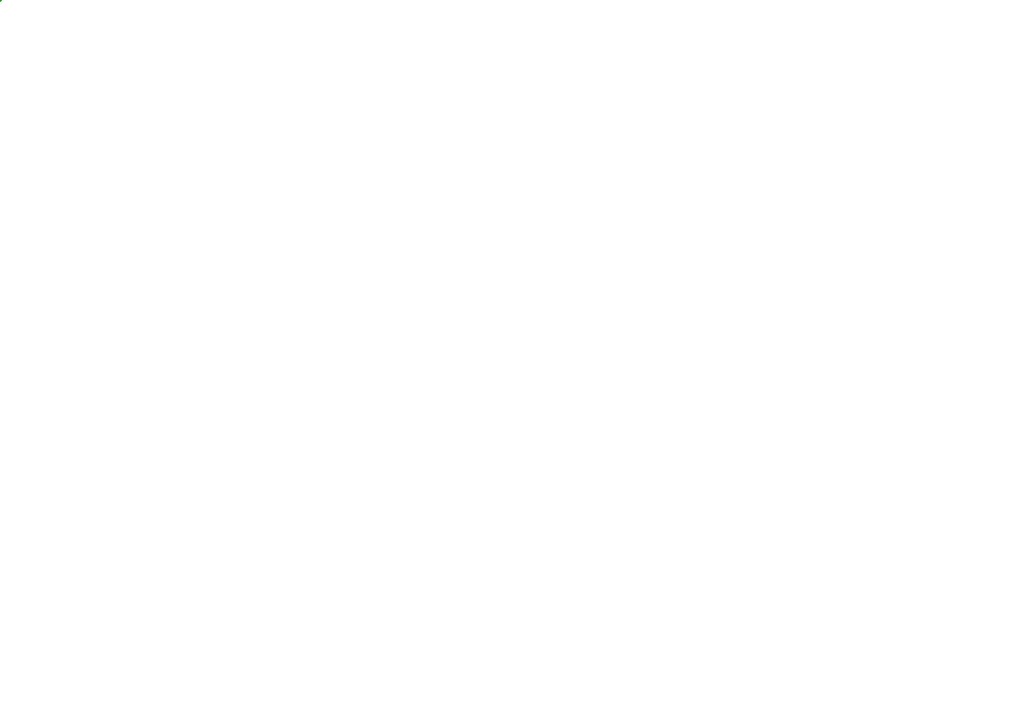
<source format=kicad_sch>
(kicad_sch (version 20211123) (generator eeschema)
  (paper "A4")
  (lib_symbols)
  (junction (at 0 0))
)
</source>
